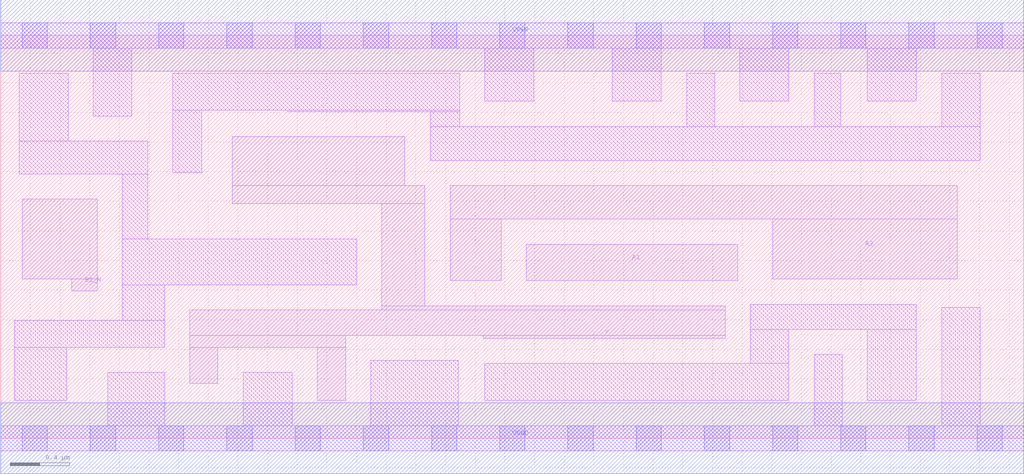
<source format=lef>
# Copyright 2020 The SkyWater PDK Authors
#
# Licensed under the Apache License, Version 2.0 (the "License");
# you may not use this file except in compliance with the License.
# You may obtain a copy of the License at
#
#     https://www.apache.org/licenses/LICENSE-2.0
#
# Unless required by applicable law or agreed to in writing, software
# distributed under the License is distributed on an "AS IS" BASIS,
# WITHOUT WARRANTIES OR CONDITIONS OF ANY KIND, either express or implied.
# See the License for the specific language governing permissions and
# limitations under the License.
#
# SPDX-License-Identifier: Apache-2.0

VERSION 5.7 ;
  NAMESCASESENSITIVE ON ;
  NOWIREEXTENSIONATPIN ON ;
  DIVIDERCHAR "/" ;
  BUSBITCHARS "[]" ;
UNITS
  DATABASE MICRONS 200 ;
END UNITS
MACRO sky130_fd_sc_hd__a21boi_4
  CLASS CORE ;
  FOREIGN sky130_fd_sc_hd__a21boi_4 ;
  ORIGIN  0.000000  0.000000 ;
  SIZE  6.900000 BY  2.720000 ;
  SYMMETRY X Y R90 ;
  SITE unithd ;
  PIN A1
    ANTENNAGATEAREA  0.990000 ;
    DIRECTION INPUT ;
    USE SIGNAL ;
    PORT
      LAYER li1 ;
        RECT 3.545000 1.065000 4.970000 1.310000 ;
    END
  END A1
  PIN A2
    ANTENNAGATEAREA  0.990000 ;
    DIRECTION INPUT ;
    USE SIGNAL ;
    PORT
      LAYER li1 ;
        RECT 3.030000 1.065000 3.375000 1.480000 ;
        RECT 3.030000 1.480000 6.450000 1.705000 ;
        RECT 5.205000 1.075000 6.450000 1.480000 ;
    END
  END A2
  PIN B1_N
    ANTENNAGATEAREA  0.247500 ;
    DIRECTION INPUT ;
    USE SIGNAL ;
    PORT
      LAYER li1 ;
        RECT 0.145000 1.075000 0.650000 1.615000 ;
        RECT 0.480000 0.995000 0.650000 1.075000 ;
    END
  END B1_N
  PIN Y
    ANTENNADIFFAREA  1.288000 ;
    DIRECTION OUTPUT ;
    USE SIGNAL ;
    PORT
      LAYER li1 ;
        RECT 1.275000 0.370000 1.465000 0.615000 ;
        RECT 1.275000 0.615000 2.325000 0.695000 ;
        RECT 1.275000 0.695000 4.885000 0.865000 ;
        RECT 1.560000 1.585000 2.860000 1.705000 ;
        RECT 1.560000 1.705000 2.725000 2.035000 ;
        RECT 2.135000 0.255000 2.325000 0.615000 ;
        RECT 2.570000 0.865000 4.885000 0.895000 ;
        RECT 2.570000 0.895000 2.860000 1.585000 ;
        RECT 3.255000 0.675000 4.885000 0.695000 ;
    END
  END Y
  PIN VGND
    DIRECTION INOUT ;
    SHAPE ABUTMENT ;
    USE GROUND ;
    PORT
      LAYER met1 ;
        RECT 0.000000 -0.240000 6.900000 0.240000 ;
    END
  END VGND
  PIN VPWR
    DIRECTION INOUT ;
    SHAPE ABUTMENT ;
    USE POWER ;
    PORT
      LAYER met1 ;
        RECT 0.000000 2.480000 6.900000 2.960000 ;
    END
  END VPWR
  OBS
    LAYER li1 ;
      RECT 0.000000 -0.085000 6.900000 0.085000 ;
      RECT 0.000000  2.635000 6.900000 2.805000 ;
      RECT 0.090000  0.255000 0.445000 0.615000 ;
      RECT 0.090000  0.615000 1.105000 0.795000 ;
      RECT 0.125000  1.785000 0.990000 2.005000 ;
      RECT 0.125000  2.005000 0.455000 2.465000 ;
      RECT 0.625000  2.175000 0.885000 2.635000 ;
      RECT 0.720000  0.085000 1.105000 0.445000 ;
      RECT 0.820000  0.795000 1.105000 1.035000 ;
      RECT 0.820000  1.035000 2.400000 1.345000 ;
      RECT 0.820000  1.345000 0.990000 1.785000 ;
      RECT 1.160000  1.795000 1.355000 2.215000 ;
      RECT 1.160000  2.215000 3.095000 2.465000 ;
      RECT 1.635000  0.085000 1.965000 0.445000 ;
      RECT 1.935000  2.205000 3.095000 2.215000 ;
      RECT 2.495000  0.085000 3.085000 0.525000 ;
      RECT 2.895000  1.875000 6.605000 2.105000 ;
      RECT 2.895000  2.105000 3.095000 2.205000 ;
      RECT 3.265000  0.255000 5.315000 0.505000 ;
      RECT 3.265000  2.275000 3.595000 2.635000 ;
      RECT 4.125000  2.275000 4.455000 2.635000 ;
      RECT 4.625000  2.105000 4.815000 2.465000 ;
      RECT 4.985000  2.275000 5.315000 2.635000 ;
      RECT 5.055000  0.505000 5.315000 0.735000 ;
      RECT 5.055000  0.735000 6.175000 0.905000 ;
      RECT 5.485000  0.085000 5.675000 0.565000 ;
      RECT 5.485000  2.105000 5.665000 2.465000 ;
      RECT 5.845000  0.255000 6.175000 0.735000 ;
      RECT 5.845000  2.275000 6.175000 2.635000 ;
      RECT 6.345000  0.085000 6.605000 0.885000 ;
      RECT 6.345000  2.105000 6.605000 2.465000 ;
    LAYER mcon ;
      RECT 0.145000 -0.085000 0.315000 0.085000 ;
      RECT 0.145000  2.635000 0.315000 2.805000 ;
      RECT 0.605000 -0.085000 0.775000 0.085000 ;
      RECT 0.605000  2.635000 0.775000 2.805000 ;
      RECT 1.065000 -0.085000 1.235000 0.085000 ;
      RECT 1.065000  2.635000 1.235000 2.805000 ;
      RECT 1.525000 -0.085000 1.695000 0.085000 ;
      RECT 1.525000  2.635000 1.695000 2.805000 ;
      RECT 1.985000 -0.085000 2.155000 0.085000 ;
      RECT 1.985000  2.635000 2.155000 2.805000 ;
      RECT 2.445000 -0.085000 2.615000 0.085000 ;
      RECT 2.445000  2.635000 2.615000 2.805000 ;
      RECT 2.905000 -0.085000 3.075000 0.085000 ;
      RECT 2.905000  2.635000 3.075000 2.805000 ;
      RECT 3.365000 -0.085000 3.535000 0.085000 ;
      RECT 3.365000  2.635000 3.535000 2.805000 ;
      RECT 3.825000 -0.085000 3.995000 0.085000 ;
      RECT 3.825000  2.635000 3.995000 2.805000 ;
      RECT 4.285000 -0.085000 4.455000 0.085000 ;
      RECT 4.285000  2.635000 4.455000 2.805000 ;
      RECT 4.745000 -0.085000 4.915000 0.085000 ;
      RECT 4.745000  2.635000 4.915000 2.805000 ;
      RECT 5.205000 -0.085000 5.375000 0.085000 ;
      RECT 5.205000  2.635000 5.375000 2.805000 ;
      RECT 5.665000 -0.085000 5.835000 0.085000 ;
      RECT 5.665000  2.635000 5.835000 2.805000 ;
      RECT 6.125000 -0.085000 6.295000 0.085000 ;
      RECT 6.125000  2.635000 6.295000 2.805000 ;
      RECT 6.585000 -0.085000 6.755000 0.085000 ;
      RECT 6.585000  2.635000 6.755000 2.805000 ;
  END
END sky130_fd_sc_hd__a21boi_4
END LIBRARY

</source>
